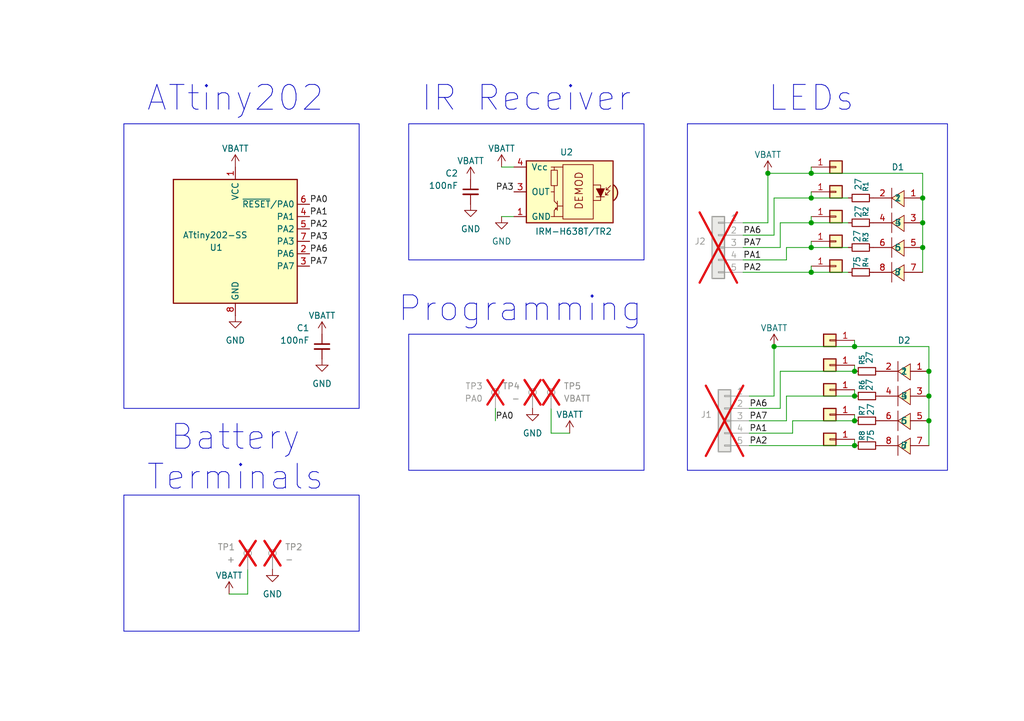
<source format=kicad_sch>
(kicad_sch (version 20250114) (generator "eeschema") (generator_version "9.0")
  (paper "A5")
  (lib_symbols
    (symbol "Connector:TestPoint" (pin_numbers (hide yes)) (pin_names (offset 0.762) (hide yes))
      (property "Reference" "TP" (at 0 6.858 0))
      (property "Value" "TestPoint" (at 0 5.08 0))
      (symbol "TestPoint_0_1"
        (circle (center 0 3.302) (radius 0.762))
      )
      (symbol "TestPoint_1_1"
        (pin passive line (at 0 0 90) (length 2.54) (name "1") (number "1"))
      )
    )
    (symbol "Connector_Generic:Conn_01x01" (pin_names (offset 1.016) (hide yes))
      (property "Reference" "J" (at 0 2.54 0))
      (property "Value" "Conn_01x01" (at 0 -2.54 0))
      (symbol "Conn_01x01_1_1"
        (rectangle (start -1.27 1.27) (end 1.27 -1.27) (stroke (width 0.254)) (fill (type background)))
        (rectangle (start -1.27 0.127) (end 0 -0.127) (stroke (width 0.1524)))
        (pin passive line (at -5.08 0 0) (length 3.81) (name "Pin_1") (number "1"))
      )
    )
    (symbol "Connector_Generic:Conn_01x05" (pin_names (offset 1.016) (hide yes))
      (property "Reference" "J" (at 0 7.62 0))
      (property "Value" "Conn_01x05" (at 0 -7.62 0))
      (symbol "Conn_01x05_1_1"
        (rectangle (start -1.27 6.35) (end 1.27 -6.35) (stroke (width 0.254)) (fill (type background)))
        (rectangle (start -1.27 5.207) (end 0 4.953) (stroke (width 0.1524)))
        (rectangle (start -1.27 2.667) (end 0 2.413) (stroke (width 0.1524)))
        (rectangle (start -1.27 0.127) (end 0 -0.127) (stroke (width 0.1524)))
        (rectangle (start -1.27 -2.413) (end 0 -2.667) (stroke (width 0.1524)))
        (rectangle (start -1.27 -4.953) (end 0 -5.207) (stroke (width 0.1524)))
        (pin passive line (at -5.08 5.08 0) (length 3.81) (name "Pin_1") (number "1"))
        (pin passive line (at -5.08 2.54 0) (length 3.81) (name "Pin_2") (number "2"))
        (pin passive line (at -5.08 0 0) (length 3.81) (name "Pin_3") (number "3"))
        (pin passive line (at -5.08 -2.54 0) (length 3.81) (name "Pin_4") (number "4"))
        (pin passive line (at -5.08 -5.08 0) (length 3.81) (name "Pin_5") (number "5"))
      )
    )
    (symbol "Device:R_Small" (pin_numbers (hide yes)) (pin_names (offset 0.254) (hide yes))
      (property "Reference" "R" (at 0 0 90))
      (property "Value" "R_Small" (at 1.778 0 90))
      (symbol "R_Small_0_1"
        (rectangle (start -0.762 1.778) (end 0.762 -1.778) (stroke (width 0.2032)))
      )
      (symbol "R_Small_1_1"
        (pin passive line (at 0 2.54 270) (length 0.762) (name "~") (number "1"))
        (pin passive line (at 0 -2.54 90) (length 0.762) (name "~") (number "2"))
      )
    )
    (symbol "Interface_Optical:IRM-H6xxT" (pin_names (offset 1.016))
      (property "Reference" "U" (at -10.16 7.62 0))
      (property "Value" "IRM-H6xxT" (at -10.16 -7.62 0))
      (symbol "IRM-H6xxT_0_0"
        (arc (start -10.287 -1.778) (mid -11.0899 -0.1905) (end -10.287 1.397) (stroke (width 0.254)) (fill (type background)))
        (polyline (pts (xy 1.905 5.08) (xy 0.127 5.08)))
        (polyline (pts (xy 1.905 -5.08) (xy 0.127 -5.08)))
        (text "DEMOD" (at -3.175 0.254 900) (effects (font (size 1.524 1.524))))
      )
      (symbol "IRM-H6xxT_0_1"
        (polyline (pts (xy -8.763 0.381) (xy -9.652 1.27)))
        (polyline (pts (xy -8.763 0.381) (xy -9.271 0.381)))
        (polyline (pts (xy -8.763 0.381) (xy -8.763 0.889)))
        (polyline (pts (xy -8.636 -0.635) (xy -9.525 0.254)))
        (polyline (pts (xy -8.636 -0.635) (xy -9.144 -0.635)))
        (polyline (pts (xy -8.636 -0.635) (xy -8.636 -0.127)))
        (polyline (pts (xy -8.382 0.635) (xy -6.731 0.635) (xy -7.62 -1.016) (xy -8.382 0.635)) (fill (type outline)))
        (polyline (pts (xy -8.382 -1.016) (xy -6.731 -1.016)))
        (rectangle (start -6.096 5.588) (end 0.127 -5.588))
        (polyline (pts (xy -6.096 1.397) (xy -7.62 1.397) (xy -7.62 -1.778) (xy -6.096 -1.778)))
        (polyline (pts (xy 1.27 -1.905) (xy 1.27 -3.81)))
        (polyline (pts (xy 1.27 -2.54) (xy 1.905 -1.905) (xy 1.905 0) (xy 2.54 0)))
        (polyline (pts (xy 1.27 -2.921) (xy 0.127 -2.921)))
        (polyline (pts (xy 1.27 -3.175) (xy 1.905 -3.81) (xy 1.905 -5.08) (xy 2.54 -5.08)))
        (polyline (pts (xy 1.397 -3.556) (xy 1.524 -3.556)))
        (polyline (pts (xy 1.651 -3.556) (xy 1.524 -3.556)))
        (polyline (pts (xy 1.651 -3.556) (xy 1.651 -3.302)))
        (polyline (pts (xy 1.905 4.445) (xy 1.905 5.08) (xy 2.54 5.08)))
        (polyline (pts (xy 1.905 0) (xy 1.905 1.27)))
        (rectangle (start 2.54 1.27) (end 1.27 4.445))
        (rectangle (start 7.62 6.35) (end -10.16 -6.35) (stroke (width 0.254)) (fill (type background)))
      )
      (symbol "IRM-H6xxT_1_1"
        (pin power_in line (at 10.16 5.08 180) (length 2.54) (name "Vcc") (number "4"))
        (pin output line (at 10.16 0 180) (length 2.54) (name "OUT") (number "3"))
        (pin power_in line (at 10.16 -5.08 180) (length 2.54) (name "GND") (number "1"))
        (pin passive line (at 10.16 -5.08 180) (length 2.54) (hide yes) (name "GND") (number "2"))
      )
    )
    (symbol "MCU_Microchip_ATtiny:ATtiny202-SS"
      (property "Reference" "U" (at -12.7 13.97 0))
      (property "Value" "ATtiny202-SS" (at 2.54 -13.97 0))
      (symbol "ATtiny202-SS_0_1"
        (rectangle (start -12.7 -12.7) (end 12.7 12.7) (stroke (width 0.254)) (fill (type background)))
      )
      (symbol "ATtiny202-SS_1_1"
        (pin power_in line (at 0 15.24 270) (length 2.54) (name "VCC") (number "1"))
        (pin power_in line (at 0 -15.24 90) (length 2.54) (name "GND") (number "8"))
        (pin bidirectional line (at 15.24 7.62 180) (length 2.54) (name "~{RESET}/PA0") (number "6"))
        (pin bidirectional line (at 15.24 5.08 180) (length 2.54) (name "PA1") (number "4"))
        (pin bidirectional line (at 15.24 2.54 180) (length 2.54) (name "PA2") (number "5"))
        (pin bidirectional line (at 15.24 0 180) (length 2.54) (name "PA3") (number "7"))
        (pin bidirectional line (at 15.24 -2.54 180) (length 2.54) (name "PA6") (number "2"))
        (pin bidirectional line (at 15.24 -5.08 180) (length 2.54) (name "PA7") (number "3"))
      )
    )
    (symbol "SparkFun-Capacitor:C_Small" (pin_numbers (hide yes)) (pin_names (offset 0.254))
      (property "Reference" "C" (at 0.635 2.54 0))
      (property "Value" "C_Small" (at 0.635 -2.54 0))
      (property "Voltage" "1kV" (at 0 -6.35 0))
      (property "Tolerance" "100%" (at 0 -8.89 0))
      (symbol "C_Small_0_1"
        (polyline (pts (xy -1.524 0.508) (xy 1.524 0.508)) (stroke (width 0.3048)))
        (polyline (pts (xy -1.524 -0.508) (xy 1.524 -0.508)) (stroke (width 0.3302)))
      )
      (symbol "C_Small_1_1"
        (pin passive line (at 0 2.54 270) (length 2.032) (name "~") (number "1"))
        (pin passive line (at 0 -2.54 90) (length 2.032) (name "~") (number "2"))
      )
    )
    (symbol "SparkFun-PowerSymbol:VBATT" (power) (pin_names (offset 0))
      (property "Value" "VBATT" (at 0 3.81 0))
      (symbol "VBATT_0_1"
        (polyline (pts (xy -0.762 1.27) (xy 0 2.54)))
        (polyline (pts (xy 0 2.54) (xy 0.762 1.27)))
        (polyline (pts (xy 0 0) (xy 0 2.54)))
      )
      (symbol "VBATT_1_1"
        (pin power_in line (at 0 0 90) (length 0) (hide yes) (name "VBATT") (number "1"))
      )
    )
    (symbol "easyeda2kicad:HL-5050RGBW-S1-A27"
      (property "Reference" "LED" (at 0 12.7 0))
      (property "Value" "HL-5050RGBW-S1-A27" (at 0 -12.7 0))
      (symbol "HL-5050RGBW-S1-A27_0_1"
        (polyline (pts (xy -1.27 5.59) (xy -1.27 9.65)))
        (polyline (pts (xy -1.27 0.51) (xy -1.27 4.57)))
        (polyline (pts (xy -1.27 -4.57) (xy -1.27 -0.51)))
        (polyline (pts (xy -1.27 -9.65) (xy -1.27 -5.59)))
        (polyline (pts (xy 1.27 9.14) (xy -1.27 7.62) (xy 1.27 5.84) (xy 1.27 9.14)) (fill (type background)))
        (polyline (pts (xy 1.27 4.06) (xy -1.27 2.54) (xy 1.27 0.76) (xy 1.27 4.06)) (fill (type background)))
        (polyline (pts (xy 1.27 -1.02) (xy -1.27 -2.54) (xy 1.27 -4.32) (xy 1.27 -1.02)) (fill (type background)))
        (polyline (pts (xy 1.27 -6.1) (xy -1.27 -7.62) (xy 1.27 -9.4) (xy 1.27 -6.1)) (fill (type background)))
        (pin unspecified line (at -5.08 7.62 0) (length 3.81) (name "2") (number "2"))
        (pin unspecified line (at -5.08 2.54 0) (length 3.81) (name "4") (number "4"))
        (pin unspecified line (at -5.08 -2.54 0) (length 3.81) (name "6") (number "6"))
        (pin unspecified line (at -5.08 -7.62 0) (length 3.81) (name "8") (number "8"))
        (pin unspecified line (at 5.08 7.62 180) (length 3.81) (name "1") (number "1"))
        (pin unspecified line (at 5.08 2.54 180) (length 3.81) (name "3") (number "3"))
        (pin unspecified line (at 5.08 -2.54 180) (length 3.81) (name "5") (number "5"))
        (pin unspecified line (at 5.08 -7.62 180) (length 3.81) (name "7") (number "7"))
      )
    )
    (symbol "power:GND" (power) (pin_numbers (hide yes)) (pin_names (offset 0) (hide yes))
      (property "Value" "GND" (at 0 -3.81 0))
      (symbol "GND_0_1"
        (polyline (pts (xy 0 0) (xy 0 -1.27) (xy 1.27 -1.27) (xy 0 -2.54) (xy -1.27 -1.27) (xy 0 -1.27)))
      )
      (symbol "GND_1_1"
        (pin power_in line (at 0 0 270) (length 0) (name "~") (number "1"))
      )
    )
  )
  (rectangle (start 83.82 25.4) (end 132.08 53.34))
  (rectangle (start 25.4 25.4) (end 73.66 83.82))
  (rectangle (start 140.97 25.4) (end 194.31 96.52))
  (rectangle (start 83.82 68.58) (end 132.08 96.52))
  (rectangle (start 25.4 101.6) (end 73.66 129.54))
  (text "ATtiny202" (at 48.26 20.32 0) (effects (font (size 5.08 5.08))))
  (text "Battery\nTerminals" (at 48.26 93.98 0) (effects (font (size 5.08 5.08))))
  (text "Programming" (at 106.68 63.5 0) (effects (font (size 5.08 5.08))))
  (text "LEDs" (at 166.37 20.32 0) (effects (font (size 5.08 5.08))))
  (text "IR Receiver" (at 107.95 20.32 0) (effects (font (size 5.08 5.08))))
  (junction (at 166.37 35.56))
  (junction (at 158.75 71.12))
  (junction (at 175.26 76.2))
  (junction (at 157.48 35.56))
  (junction (at 175.26 71.12))
  (junction (at 175.26 91.44))
  (junction (at 166.37 40.64))
  (junction (at 175.26 81.28))
  (junction (at 175.26 86.36))
  (junction (at 189.23 50.8))
  (junction (at 190.5 76.2))
  (junction (at 166.37 50.8))
  (junction (at 166.37 45.72))
  (junction (at 190.5 81.28))
  (junction (at 166.37 55.88))
  (junction (at 189.23 45.72))
  (junction (at 190.5 86.36))
  (junction (at 189.23 40.64))
  (wire (pts (xy 102.87 34.29) (xy 105.41 34.29)))
  (wire (pts (xy 162.56 88.9) (xy 162.56 86.36)))
  (wire (pts (xy 190.5 76.2) (xy 190.5 81.28)))
  (wire (pts (xy 189.23 40.64) (xy 189.23 45.72)))
  (wire (pts (xy 161.29 53.34) (xy 152.4 53.34)))
  (wire (pts (xy 113.03 88.9) (xy 116.84 88.9)))
  (wire (pts (xy 175.26 91.44) (xy 175.26 90.17)))
  (wire (pts (xy 113.03 88.9) (xy 113.03 83.82)))
  (wire (pts (xy 160.02 83.82) (xy 160.02 76.2)))
  (wire (pts (xy 166.37 35.56) (xy 189.23 35.56)))
  (wire (pts (xy 173.99 55.88) (xy 166.37 55.88)))
  (wire (pts (xy 166.37 40.64) (xy 158.75 40.64)))
  (wire (pts (xy 160.02 45.72) (xy 160.02 50.8)))
  (wire (pts (xy 50.8 121.92) (xy 46.99 121.92)))
  (wire (pts (xy 175.26 69.85) (xy 175.26 71.12)))
  (wire (pts (xy 190.5 71.12) (xy 190.5 76.2)))
  (wire (pts (xy 153.67 88.9) (xy 162.56 88.9)))
  (wire (pts (xy 175.26 85.09) (xy 175.26 86.36)))
  (wire (pts (xy 190.5 86.36) (xy 190.5 91.44)))
  (wire (pts (xy 166.37 50.8) (xy 161.29 50.8)))
  (wire (pts (xy 173.99 40.64) (xy 166.37 40.64)))
  (wire (pts (xy 152.4 45.72) (xy 157.48 45.72)))
  (wire (pts (xy 153.67 91.44) (xy 175.26 91.44)))
  (wire (pts (xy 158.75 48.26) (xy 152.4 48.26)))
  (wire (pts (xy 166.37 44.45) (xy 166.37 45.72)))
  (wire (pts (xy 50.8 121.92) (xy 50.8 116.84)))
  (wire (pts (xy 157.48 45.72) (xy 157.48 35.56)))
  (wire (pts (xy 161.29 50.8) (xy 161.29 53.34)))
  (wire (pts (xy 101.6 83.82) (xy 101.6 86.36)))
  (wire (pts (xy 161.29 81.28) (xy 161.29 86.36)))
  (wire (pts (xy 160.02 76.2) (xy 175.26 76.2)))
  (wire (pts (xy 166.37 54.61) (xy 166.37 55.88)))
  (wire (pts (xy 158.75 81.28) (xy 158.75 71.12)))
  (wire (pts (xy 166.37 45.72) (xy 160.02 45.72)))
  (wire (pts (xy 158.75 71.12) (xy 175.26 71.12)))
  (wire (pts (xy 189.23 50.8) (xy 189.23 55.88)))
  (wire (pts (xy 153.67 86.36) (xy 161.29 86.36)))
  (wire (pts (xy 173.99 50.8) (xy 166.37 50.8)))
  (wire (pts (xy 162.56 86.36) (xy 175.26 86.36)))
  (wire (pts (xy 158.75 40.64) (xy 158.75 48.26)))
  (wire (pts (xy 102.87 44.45) (xy 105.41 44.45)))
  (wire (pts (xy 166.37 49.53) (xy 166.37 50.8)))
  (wire (pts (xy 153.67 81.28) (xy 158.75 81.28)))
  (wire (pts (xy 175.26 74.93) (xy 175.26 76.2)))
  (wire (pts (xy 189.23 45.72) (xy 189.23 50.8)))
  (wire (pts (xy 166.37 55.88) (xy 152.4 55.88)))
  (wire (pts (xy 166.37 40.64) (xy 166.37 39.37)))
  (wire (pts (xy 175.26 80.01) (xy 175.26 81.28)))
  (wire (pts (xy 157.48 35.56) (xy 166.37 35.56)))
  (wire (pts (xy 166.37 34.29) (xy 166.37 35.56)))
  (wire (pts (xy 189.23 35.56) (xy 189.23 40.64)))
  (wire (pts (xy 153.67 83.82) (xy 160.02 83.82)))
  (wire (pts (xy 175.26 71.12) (xy 190.5 71.12)))
  (wire (pts (xy 190.5 81.28) (xy 190.5 86.36)))
  (wire (pts (xy 161.29 81.28) (xy 175.26 81.28)))
  (wire (pts (xy 160.02 50.8) (xy 152.4 50.8)))
  (wire (pts (xy 173.99 45.72) (xy 166.37 45.72)))
  (label "PA0" (at 101.6 86.36 0))
  (label "PA7" (at 152.4 50.8 0))
  (label "PA6" (at 153.67 83.82 0))
  (label "PA1" (at 153.67 88.9 0))
  (label "PA7" (at 63.5 54.61 0))
  (label "PA2" (at 153.67 91.44 0))
  (label "PA3" (at 105.41 39.37 180))
  (label "PA6" (at 152.4 48.26 0))
  (label "PA2" (at 63.5 46.99 0))
  (label "PA0" (at 63.5 41.91 0))
  (label "PA7" (at 153.67 86.36 0))
  (label "PA6" (at 63.5 52.07 0))
  (label "PA2" (at 152.4 55.88 0))
  (label "PA1" (at 63.5 44.45 0))
  (label "PA3" (at 63.5 49.53 0))
  (label "PA1" (at 152.4 53.34 0))
  (symbol (lib_id "Device:R_Small") (at 176.53 50.8 90) (mirror x) (unit 1)
    (property "Reference" "R3" (at 177.546 49.784 0) (effects (font (size 1.016 1.016)) (justify right)))
    (property "Value" "27" (at 175.768 49.784 0) (effects (justify right)))
    (property "Footprint" "Resistor_SMD:R_0402_1005Metric" (effects (hide yes)))
    (property "Description" "Resistor, small symbol" (effects (hide yes)))
  )
  (symbol (lib_id "SparkFun-PowerSymbol:VBATT") (at 66.04 68.58 0) (mirror y) (unit 1)
    (property "Reference" "#PWR014" (effects (hide yes)))
    (property "Value" "VBATT" (at 66.04 64.77 0))
    (property "Description" "Power symbol creates a global label with name \"VBATT\"" (effects (hide yes)))
  )
  (symbol (lib_id "SparkFun-PowerSymbol:VBATT") (at 96.52 36.83 0) (mirror y) (unit 1)
    (property "Reference" "#PWR013" (effects (hide yes)))
    (property "Value" "VBATT" (at 96.52 33.02 0))
    (property "Description" "Power symbol creates a global label with name \"VBATT\"" (effects (hide yes)))
  )
  (symbol (lib_id "power:GND") (at 96.52 41.91 0) (mirror y) (unit 1)
    (property "Reference" "#PWR08" (effects (hide yes)))
    (property "Value" "GND" (at 96.52 46.99 0))
    (property "Description" "Power symbol creates a global label with name \"GND\" , ground" (effects (hide yes)))
  )
  (symbol (lib_id "power:GND") (at 102.87 44.45 0) (unit 1)
    (property "Reference" "#PWR06" (effects (hide yes)))
    (property "Value" "GND" (at 102.87 49.53 0))
    (property "Description" "Power symbol creates a global label with name \"GND\" , ground" (effects (hide yes)))
  )
  (symbol (lib_id "easyeda2kicad:HL-5050RGBW-S1-A27") (at 184.15 48.26 0) (unit 1)
    (property "Reference" "D1" (at 184.15 34.29 0))
    (property "Value" "HL-5050RGBW-S1-A27" (effects (hide yes)))
    (property "Footprint" "easyeda2kicad:LED-SMD_8P-L5.0-W5.0-P1.20_HL-5050RGBW-S1-A27" (effects (hide yes)))
    (property "LCSC Part" "C22470444" (effects (hide yes)))
  )
  (symbol (lib_id "SparkFun-PowerSymbol:VBATT") (at 46.99 121.92 0) (unit 1)
    (property "Reference" "#PWR09" (effects (hide yes)))
    (property "Value" "VBATT" (at 46.99 118.11 0))
    (property "Description" "Power symbol creates a global label with name \"VBATT\"" (effects (hide yes)))
  )
  (symbol (lib_id "Device:R_Small") (at 177.8 76.2 90) (unit 1)
    (property "Reference" "R5" (at 176.784 74.93 0) (effects (font (size 1.016 1.016)) (justify left)))
    (property "Value" "27" (at 178.308 74.676 0) (effects (justify left)))
    (property "Footprint" "Resistor_SMD:R_0402_1005Metric" (effects (hide yes)))
    (property "Description" "Resistor, small symbol" (effects (hide yes)))
  )
  (symbol (lib_id "Device:R_Small") (at 176.53 55.88 90) (mirror x) (unit 1)
    (property "Reference" "R4" (at 177.546 53.848 0) (effects (font (size 1.016 1.016))))
    (property "Value" "75" (at 175.768 53.848 0))
    (property "Footprint" "Resistor_SMD:R_0402_1005Metric" (effects (hide yes)))
    (property "Description" "Resistor, small symbol" (effects (hide yes)))
  )
  (symbol (lib_id "Device:R_Small") (at 177.8 91.44 270) (unit 1)
    (property "Reference" "R8" (at 176.784 89.408 0) (effects (font (size 1.016 1.016))))
    (property "Value" "75" (at 178.562 89.408 0))
    (property "Footprint" "Resistor_SMD:R_0402_1005Metric" (effects (hide yes)))
    (property "Description" "Resistor, small symbol" (effects (hide yes)))
  )
  (symbol (lib_id "SparkFun-Capacitor:C_Small") (at 96.52 39.37 0) (mirror y) (unit 1)
    (property "Reference" "C2" (at 93.98 35.5662 0) (effects (justify left)))
    (property "Value" "100nF" (at 93.98 38.1062 0) (effects (justify left)))
    (property "Footprint" "Capacitor_SMD:C_0402_1005Metric" (effects (hide yes)))
    (property "Datasheet" "https://cdn.sparkfun.com/assets/8/a/4/a/5/Kemet_Capacitor_Datasheet.pdf" (effects (hide yes)))
    (property "Description" "Unpolarized capacitor" (effects (hide yes)))
    (property "PROD_ID" "CAP-00000" (effects (hide yes)))
    (property "Voltage" "1kV" (effects (hide yes)))
    (property "Tolerance" "100%" (effects (hide yes)))
  )
  (symbol (lib_id "Connector_Generic:Conn_01x01") (at 170.18 74.93 180) (unit 1)
    (property "Reference" "J3" (effects (hide yes)))
    (property "Value" "Conn_01x01" (effects (hide yes)))
    (property "Footprint" "Custom:1x01_P2.54mm castellated" (effects (hide yes)))
    (property "Description" "Generic connector, single row, 01x01, script generated (kicad-library-utils/schlib/autogen/connector/)" (effects (hide yes)))
  )
  (symbol (lib_id "MCU_Microchip_ATtiny:ATtiny202-SS") (at 48.26 49.53 0) (unit 1)
    (property "Reference" "U1" (at 45.72 50.8 0) (effects (justify right)))
    (property "Value" "ATtiny202-SS" (at 50.8 48.26 0) (effects (justify right)))
    (property "Footprint" "Package_SO:SOIC-8_3.9x4.9mm_P1.27mm" (effects (hide yes)))
    (property "Datasheet" "http://ww1.microchip.com/downloads/en/DeviceDoc/ATtiny202-402-AVR-MCU-with-Core-Independent-Peripherals_and-picoPower-40001969A.pdf" (effects (hide yes)))
    (property "Description" "20MHz, 2kB Flash, 128B SRAM, 64B EEPROM, SOIC-8" (effects (hide yes)))
  )
  (symbol (lib_id "Connector_Generic:Conn_01x01") (at 170.18 80.01 180) (unit 1)
    (property "Reference" "J4" (effects (hide yes)))
    (property "Value" "Conn_01x01" (effects (hide yes)))
    (property "Footprint" "Custom:1x01_P2.54mm castellated" (effects (hide yes)))
    (property "Description" "Generic connector, single row, 01x01, script generated (kicad-library-utils/schlib/autogen/connector/)" (effects (hide yes)))
  )
  (symbol (lib_id "SparkFun-PowerSymbol:VBATT") (at 157.48 35.56 0) (mirror y) (unit 1)
    (property "Reference" "#PWR03" (effects (hide yes)))
    (property "Value" "VBATT" (at 157.48 31.75 0))
    (property "Description" "Power symbol creates a global label with name \"VBATT\"" (effects (hide yes)))
  )
  (symbol (lib_id "Connector_Generic:Conn_01x05") (at 147.32 50.8 0) (mirror y) (unit 1) (in_bom no) (dnp yes)
    (property "Reference" "J2" (at 144.78 49.5299 0) (effects (justify left)))
    (property "Value" "Conn_01x05" (effects (hide yes)))
    (property "Footprint" "Connector_PinHeader_1.00mm:PinHeader_1x05_P1.00mm_Vertical" (effects (hide yes)))
    (property "Description" "Generic connector, single row, 01x05, script generated (kicad-library-utils/schlib/autogen/connector/)" (effects (hide yes)))
  )
  (symbol (lib_id "Device:R_Small") (at 176.53 45.72 90) (mirror x) (unit 1)
    (property "Reference" "R2" (at 177.546 43.434 0) (effects (font (size 1.016 1.016))))
    (property "Value" "27" (at 176.022 43.434 0))
    (property "Footprint" "Resistor_SMD:R_0402_1005Metric" (effects (hide yes)))
    (property "Description" "Resistor, small symbol" (effects (hide yes)))
  )
  (symbol (lib_id "Connector:TestPoint") (at 109.22 83.82 0) (mirror y) (unit 1) (in_bom no) (dnp yes)
    (property "Reference" "TP4" (at 106.68 79.2479 0) (effects (justify left)))
    (property "Value" "-" (at 106.68 81.7879 0) (effects (justify left)))
    (property "Footprint" "TestPoint:TestPoint_Pad_D1.5mm" (effects (hide yes)))
    (property "Description" "test point" (effects (hide yes)))
  )
  (symbol (lib_id "Connector_Generic:Conn_01x01") (at 171.45 39.37 0) (mirror x) (unit 1)
    (property "Reference" "J11" (effects (hide yes)))
    (property "Value" "Conn_01x01" (effects (hide yes)))
    (property "Footprint" "Custom:1x01_P2.54mm castellated" (effects (hide yes)))
    (property "Description" "Generic connector, single row, 01x01, script generated (kicad-library-utils/schlib/autogen/connector/)" (effects (hide yes)))
  )
  (symbol (lib_id "Connector_Generic:Conn_01x01") (at 171.45 34.29 0) (mirror x) (unit 1)
    (property "Reference" "J12" (effects (hide yes)))
    (property "Value" "Conn_01x01" (effects (hide yes)))
    (property "Footprint" "Custom:1x01_P2.54mm castellated" (effects (hide yes)))
    (property "Description" "Generic connector, single row, 01x01, script generated (kicad-library-utils/schlib/autogen/connector/)" (effects (hide yes)))
  )
  (symbol (lib_id "Connector_Generic:Conn_01x01") (at 171.45 49.53 0) (mirror x) (unit 1)
    (property "Reference" "J9" (effects (hide yes)))
    (property "Value" "Conn_01x01" (effects (hide yes)))
    (property "Footprint" "Custom:1x01_P2.54mm castellated" (effects (hide yes)))
    (property "Description" "Generic connector, single row, 01x01, script generated (kicad-library-utils/schlib/autogen/connector/)" (effects (hide yes)))
  )
  (symbol (lib_id "Device:R_Small") (at 177.8 86.36 270) (unit 1)
    (property "Reference" "R7" (at 176.784 85.344 0) (effects (font (size 1.016 1.016)) (justify right)))
    (property "Value" "27" (at 178.562 85.344 0) (effects (justify right)))
    (property "Footprint" "Resistor_SMD:R_0402_1005Metric" (effects (hide yes)))
    (property "Description" "Resistor, small symbol" (effects (hide yes)))
  )
  (symbol (lib_id "Interface_Optical:IRM-H6xxT") (at 115.57 39.37 0) (mirror y) (unit 1)
    (property "Reference" "U2" (at 114.808 31.242 0) (effects (justify right)))
    (property "Value" "IRM-H638T/TR2" (at 109.728 47.498 0) (effects (justify right)))
    (property "Footprint" "OptoDevice:Everlight_IRM-H6xxT" (effects (hide yes)))
    (property "Datasheet" "https://en.everlight.com/wp-content/plugins/ItemRelationship/product_files/pdf/DMO-0000004-IRM-H6XX-TR2_Series_Datasheet_V4.pdf" (effects (hide yes)))
    (property "Description" "IR Receiver Modules for remote controls" (effects (hide yes)))
  )
  (symbol (lib_id "SparkFun-PowerSymbol:VBATT") (at 102.87 34.29 0) (unit 1)
    (property "Reference" "#PWR07" (effects (hide yes)))
    (property "Value" "VBATT" (at 102.87 30.48 0))
    (property "Description" "Power symbol creates a global label with name \"VBATT\"" (effects (hide yes)))
  )
  (symbol (lib_id "power:GND") (at 109.22 83.82 0) (unit 1)
    (property "Reference" "#PWR011" (effects (hide yes)))
    (property "Value" "GND" (at 109.22 88.9 0))
    (property "Description" "Power symbol creates a global label with name \"GND\" , ground" (effects (hide yes)))
  )
  (symbol (lib_id "Connector_Generic:Conn_01x01") (at 170.18 90.17 180) (unit 1)
    (property "Reference" "J6" (effects (hide yes)))
    (property "Value" "Conn_01x01" (effects (hide yes)))
    (property "Footprint" "Custom:1x01_P2.54mm castellated" (effects (hide yes)))
    (property "Description" "Generic connector, single row, 01x01, script generated (kicad-library-utils/schlib/autogen/connector/)" (effects (hide yes)))
  )
  (symbol (lib_id "SparkFun-PowerSymbol:VBATT") (at 116.84 88.9 0) (unit 1)
    (property "Reference" "#PWR010" (effects (hide yes)))
    (property "Value" "VBATT" (at 116.84 85.09 0))
    (property "Description" "Power symbol creates a global label with name \"VBATT\"" (effects (hide yes)))
  )
  (symbol (lib_id "Connector_Generic:Conn_01x01") (at 171.45 54.61 0) (mirror x) (unit 1)
    (property "Reference" "J8" (effects (hide yes)))
    (property "Value" "Conn_01x01" (effects (hide yes)))
    (property "Footprint" "Custom:1x01_P2.54mm castellated" (effects (hide yes)))
    (property "Description" "Generic connector, single row, 01x01, script generated (kicad-library-utils/schlib/autogen/connector/)" (effects (hide yes)))
  )
  (symbol (lib_id "Connector:TestPoint") (at 113.03 83.82 0) (unit 1) (in_bom no) (dnp yes)
    (property "Reference" "TP5" (at 115.57 79.2479 0) (effects (justify left)))
    (property "Value" "VBATT" (at 115.57 81.7879 0) (effects (justify left)))
    (property "Footprint" "TestPoint:TestPoint_Pad_D1.5mm" (effects (hide yes)))
    (property "Description" "test point" (effects (hide yes)))
  )
  (symbol (lib_id "easyeda2kicad:HL-5050RGBW-S1-A27") (at 185.42 83.82 0) (unit 1)
    (property "Reference" "D2" (at 185.42 69.85 0))
    (property "Value" "HL-5050RGBW-S1-A27" (effects (hide yes)))
    (property "Footprint" "easyeda2kicad:LED-SMD_8P-L5.0-W5.0-P1.20_HL-5050RGBW-S1-A27" (effects (hide yes)))
    (property "LCSC Part" "C22470444" (effects (hide yes)))
  )
  (symbol (lib_id "Connector_Generic:Conn_01x01") (at 171.45 44.45 0) (mirror x) (unit 1)
    (property "Reference" "J10" (effects (hide yes)))
    (property "Value" "Conn_01x01" (effects (hide yes)))
    (property "Footprint" "Custom:1x01_P2.54mm castellated" (effects (hide yes)))
    (property "Description" "Generic connector, single row, 01x01, script generated (kicad-library-utils/schlib/autogen/connector/)" (effects (hide yes)))
  )
  (symbol (lib_id "Device:R_Small") (at 177.8 81.28 270) (unit 1)
    (property "Reference" "R6" (at 176.784 78.994 0) (effects (font (size 1.016 1.016))))
    (property "Value" "27" (at 178.308 78.994 0))
    (property "Footprint" "Resistor_SMD:R_0402_1005Metric" (effects (hide yes)))
    (property "Description" "Resistor, small symbol" (effects (hide yes)))
  )
  (symbol (lib_id "Connector_Generic:Conn_01x01") (at 170.18 69.85 180) (unit 1)
    (property "Reference" "J7" (effects (hide yes)))
    (property "Value" "Conn_01x01" (effects (hide yes)))
    (property "Footprint" "Custom:1x01_P2.54mm castellated" (effects (hide yes)))
    (property "Description" "Generic connector, single row, 01x01, script generated (kicad-library-utils/schlib/autogen/connector/)" (effects (hide yes)))
  )
  (symbol (lib_id "SparkFun-PowerSymbol:VBATT") (at 158.75 71.12 0) (unit 1)
    (property "Reference" "#PWR04" (effects (hide yes)))
    (property "Value" "VBATT" (at 158.75 67.31 0))
    (property "Description" "Power symbol creates a global label with name \"VBATT\"" (effects (hide yes)))
  )
  (symbol (lib_id "Connector:TestPoint") (at 55.88 116.84 0) (unit 1) (in_bom no) (dnp yes)
    (property "Reference" "TP2" (at 58.42 112.2679 0) (effects (justify left)))
    (property "Value" "-" (at 58.42 114.8079 0) (effects (justify left)))
    (property "Footprint" "TestPoint:TestPoint_Pad_D4.0mm" (effects (hide yes)))
    (property "Description" "test point" (effects (hide yes)))
  )
  (symbol (lib_id "SparkFun-Capacitor:C_Small") (at 66.04 71.12 0) (mirror y) (unit 1)
    (property "Reference" "C1" (at 63.5 67.3162 0) (effects (justify left)))
    (property "Value" "100nF" (at 63.5 69.8562 0) (effects (justify left)))
    (property "Footprint" "Capacitor_SMD:C_0402_1005Metric" (effects (hide yes)))
    (property "Datasheet" "https://cdn.sparkfun.com/assets/8/a/4/a/5/Kemet_Capacitor_Datasheet.pdf" (effects (hide yes)))
    (property "Description" "Unpolarized capacitor" (effects (hide yes)))
    (property "PROD_ID" "CAP-00000" (effects (hide yes)))
    (property "Voltage" "1kV" (effects (hide yes)))
    (property "Tolerance" "100%" (effects (hide yes)))
  )
  (symbol (lib_id "Device:R_Small") (at 176.53 40.64 270) (mirror x) (unit 1)
    (property "Reference" "R1" (at 177.546 39.37 0) (effects (font (size 1.016 1.016)) (justify left)))
    (property "Value" "27" (at 176.022 39.116 0) (effects (justify left)))
    (property "Footprint" "Resistor_SMD:R_0402_1005Metric" (effects (hide yes)))
    (property "Description" "Resistor, small symbol" (effects (hide yes)))
  )
  (symbol (lib_id "Connector:TestPoint") (at 50.8 116.84 0) (mirror y) (unit 1) (in_bom no) (dnp yes)
    (property "Reference" "TP1" (at 48.26 112.2679 0) (effects (justify left)))
    (property "Value" "+" (at 48.26 114.8079 0) (effects (justify left)))
    (property "Footprint" "TestPoint:TestPoint_Pad_D4.0mm" (effects (hide yes)))
    (property "Description" "test point" (effects (hide yes)))
  )
  (symbol (lib_id "power:GND") (at 66.04 73.66 0) (mirror y) (unit 1)
    (property "Reference" "#PWR05" (effects (hide yes)))
    (property "Value" "GND" (at 66.04 78.74 0))
    (property "Description" "Power symbol creates a global label with name \"GND\" , ground" (effects (hide yes)))
  )
  (symbol (lib_id "Connector_Generic:Conn_01x05") (at 148.59 86.36 0) (mirror y) (unit 1) (in_bom no) (dnp yes)
    (property "Reference" "J1" (at 146.05 85.0899 0) (effects (justify left)))
    (property "Value" "Conn_01x05" (effects (hide yes)))
    (property "Footprint" "Connector_PinHeader_1.00mm:PinHeader_1x05_P1.00mm_Vertical" (effects (hide yes)))
    (property "Description" "Generic connector, single row, 01x05, script generated (kicad-library-utils/schlib/autogen/connector/)" (effects (hide yes)))
  )
  (symbol (lib_id "power:GND") (at 48.26 64.77 0) (unit 1)
    (property "Reference" "#PWR01" (effects (hide yes)))
    (property "Value" "GND" (at 48.26 69.85 0))
    (property "Description" "Power symbol creates a global label with name \"GND\" , ground" (effects (hide yes)))
  )
  (symbol (lib_id "SparkFun-PowerSymbol:VBATT") (at 48.26 34.29 0) (unit 1)
    (property "Reference" "#PWR02" (effects (hide yes)))
    (property "Value" "VBATT" (at 48.26 30.48 0))
    (property "Description" "Power symbol creates a global label with name \"VBATT\"" (effects (hide yes)))
  )
  (symbol (lib_id "power:GND") (at 55.88 116.84 0) (unit 1)
    (property "Reference" "#PWR012" (effects (hide yes)))
    (property "Value" "GND" (at 55.88 121.92 0))
    (property "Description" "Power symbol creates a global label with name \"GND\" , ground" (effects (hide yes)))
  )
  (symbol (lib_id "Connector:TestPoint") (at 101.6 83.82 0) (mirror y) (unit 1) (in_bom no) (dnp yes)
    (property "Reference" "TP3" (at 99.06 79.2479 0) (effects (justify left)))
    (property "Value" "PA0" (at 99.06 81.7879 0) (effects (justify left)))
    (property "Footprint" "TestPoint:TestPoint_Pad_D1.5mm" (effects (hide yes)))
    (property "Description" "test point" (effects (hide yes)))
  )
  (symbol (lib_id "Connector_Generic:Conn_01x01") (at 170.18 85.09 180) (unit 1)
    (property "Reference" "J5" (effects (hide yes)))
    (property "Value" "Conn_01x01" (effects (hide yes)))
    (property "Footprint" "Custom:1x01_P2.54mm castellated" (effects (hide yes)))
    (property "Description" "Generic connector, single row, 01x01, script generated (kicad-library-utils/schlib/autogen/connector/)" (effects (hide yes)))
  )
)
</source>
